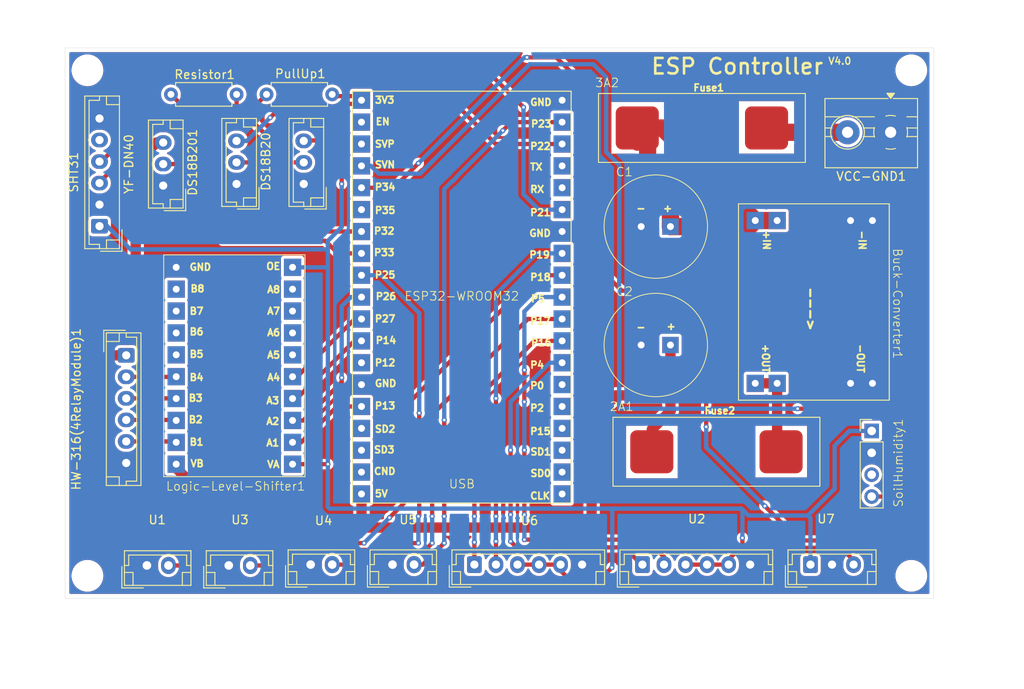
<source format=kicad_pcb>
(kicad_pcb (version 20241229) (generator "pcbnew") (generator_version "9.0")
  (layers (0 "F.Cu" mixed) (4 "In1.Cu" signal) (6 "In2.Cu" signal) (2 "B.Cu" mixed) (13 "F.Paste" user) (15 "B.Paste" user) (5 "F.SilkS" user "F.Silkscreen") (7 "B.SilkS" user "B.Silkscreen") (1 "F.Mask" user) (3 "B.Mask" user) (25 "Edge.Cuts" user))
  (net 0 "")
  (net 1 "GND")
  (net 2 "+12V")
  (net 3 "Net-(2A1-Pad1)")
  (net 4 "Net-(ESP32-WROOM32-5V)")
  (net 5 "Net-(3A2-Pad2)")
  (net 6 "Net-(DS18B20-DQ)")
  (net 7 "Net-(DS18B20-V_{DD})")
  (net 8 "Net-(ESP32-WROOM32-GPIO13)")
  (net 10 "Net-(ESP32-WROOM32-GPIO16(RX2))")
  (net 11 "Net-(ESP32-WROOM32-GPIO14)")
  (net 13 "Net-(ESP32-WROOM32-GPIO17(TX2))")
  (net 14 "Net-(ESP32-WROOM32-GPIO4)")
  (net 18 "Net-(ESP32-WROOM32-GPIO22(I2C_SCL))")
  (net 19 "Net-(ESP32-WROOM32-GPIO34)")
  (net 20 "Net-(ESP32-WROOM32-GPIO19(VSPI_MOSI))")
  (net 21 "Net-(ESP32-WROOM32-GPIO21(I2C_SDA))")
  (net 22 "Net-(ESP32-WROOM32-GPIO18(VSPI_SCK))")
  (net 25 "Net-(ESP32-WROOM32-GPIO5(VSPI_SS))")
  (net 26 "Net-(ESP32-WROOM32-GPIO27)")
  (net 27 "Net-(ESP32-WROOM32-GPIO26(DAC2))")
  (net 28 "Net-(ESP32-WROOM32-GPIO39(SVN))")
  (net 30 "Net-(ESP32-WROOM32-GPIO33)")
  (net 33 "Net-(ESP32-WROOM32-GPIO25(DAC1))")
  (net 37 "Net-(HW-316(4RelayModule)1-IN2)")
  (net 38 "Net-(HW-316(4RelayModule)1-IN1)")
  (net 39 "Net-(HW-316(4RelayModule)1-IN3)")
  (net 40 "Net-(HW-316(4RelayModule)1-IN4)")
  (net 49 "Net-(YF-DN40-OUTPUT)")
  (net 50 "unconnected-(ESP32-WROOM32-GPIO35-Pad6)")
  (net 51 "Net-(ESP32-WROOM32-GPIO23(VSPI_MOSI))")
  (net 54 "unconnected-(SHT31-AL-Pad5)")
  (footprint "Connector_JST:JST_EH_B2B-EH-A_1x02_P2.50mm_Vertical" (layer "F.Cu") (at 107.6 100.5)
    (property "Reference" "U5")
    (property "Value" "Limitator intrerupator")
  )
  (footprint "Controller-footprints:M5X20MM Fuse" (layer "F.Cu") (at 145.186731 87.4 180)
    (property "Reference" "2A1")
    (property "Value" "2A")
  )
  (footprint "MountingHole:MountingHole_3.2mm_M3" (layer "F.Cu") (at 167.8 101.8)
    (property "Reference" "REF**" (hide yes))
    (property "Value" "MountingHole_3.2mm_M3")
  )
  (footprint "Connector_JST:JST_EH_B2B-EH-A_1x02_P2.50mm_Vertical" (layer "F.Cu") (at 98.1 100.5)
    (property "Reference" "U4")
    (property "Value" "Limitator intrerupator")
  )
  (footprint "TerminalBlock:TerminalBlock_MaiXu_MX126-5.0-02P_1x02_P5.00mm" (layer "F.Cu") (at 165.4 50.3 180)
    (property "Reference" "VCC-GND1")
    (property "Value" "Screw_Terminal_01x02")
  )
  (footprint "" (layer "F.Cu") (at 167.8 43.1)
    (property "Reference" "")
    (property "Value" "")
  )
  (footprint "Connector_JST:JST_EH_B3B-EH-A_1x03_P2.50mm_Vertical" (layer "F.Cu") (at 156.1 100.5)
    (property "Reference" "U7")
    (property "Value" "TEMT6000")
  )
  (footprint "Connector_JST:JST_EH_B6B-EH-A_1x06_P2.50mm_Vertical" (layer "F.Cu") (at 73.6 61.2 90)
    (property "Reference" "SHT31")
    (property "Value" "SHT31")
  )
  (footprint "Resistor_THT:R_Axial_DIN0207_L6.3mm_D2.5mm_P7.62mm_Horizontal" (layer "F.Cu") (at 89.51 45.9 180)
    (property "Reference" "Resistor1")
    (property "Value" "1k")
  )
  (footprint "Controller-footprints:Buck Converter" (layer "F.Cu") (at 156.09 70.25 -90)
    (property "Reference" "Buck-Converter1")
    (property "Value" "Buck-Converter")
  )
  (footprint "" (layer "F.Cu") (at 72.2 43.1)
    (property "Reference" "")
    (property "Value" "")
  )
  (footprint "" (layer "F.Cu") (at 72.2 101.8)
    (property "Reference" "")
    (property "Value" "")
  )
  (footprint "Connector_JST:JST_EH_B3B-EH-A_1x03_P2.50mm_Vertical" (layer "F.Cu") (at 97.3 56.3 90)
    (property "Reference" "DS18B20")
    (property "Value" "DS18B20")
  )
  (footprint "Connector_PinHeader_2.54mm:PinHeader_1x04_P2.54mm_Vertical" (layer "F.Cu") (at 163.2 84.98)
    (property "Reference" "SoilHumidity1")
    (property "Value" "SoilHumidity")
  )
  (footprint "Controller-footprints:1000uF Electrolytic Capacitator" (layer "F.Cu") (at 138.15 61.25)
    (property "Reference" "C1")
    (property "Value" "C_Polarized")
  )
  (footprint "Controller-footprints:Logic Level Converter" (layer "F.Cu") (at 89.25 77.53)
    (property "Reference" "Logic-Level-Shifter1")
    (property "Value" "Logic-Level-Shifter")
  )
  (footprint "Connector_JST:JST_EH_B6B-EH-A_1x06_P2.50mm_Vertical" (layer "F.Cu") (at 136.6 100.5)
    (property "Reference" "U2")
    (property "Value" "Motor driver")
  )
  (footprint "Controller-footprints:1000uF Electrolytic Capacitator" (layer "F.Cu") (at 138.15 75)
    (property "Reference" "C2")
    (property "Value" "C_Polarized")
  )
  (footprint "Connector_JST:JST_EH_B2B-EH-A_1x02_P2.50mm_Vertical" (layer "F.Cu") (at 79.1 100.6)
    (property "Reference" "U1")
    (property "Value" "Limitator intrerupator")
  )
  (footprint "Controller-footprints:M5X20MM Fuse" (layer "F.Cu") (at 143.5 49.8 180)
    (property "Reference" "3A2")
    (property "Value" "3A")
  )
  (footprint "Resistor_THT:R_Axial_DIN0207_L6.3mm_D2.5mm_P7.62mm_Horizontal" (layer "F.Cu") (at 100.6 45.9 180)
    (property "Reference" "PullUp1")
    (property "Value" "3.3k")
  )
  (footprint "Connector_JST:JST_EH_B2B-EH-A_1x02_P2.50mm_Vertical" (layer "F.Cu") (at 88.6 100.6)
    (property "Reference" "U3")
    (property "Value" "Limitator intrerupator")
  )
  (footprint "Connector_JST:JST_EH_B3B-EH-A_1x03_P2.50mm_Vertical" (layer "F.Cu") (at 80.99 56.49 90)
    (property "Reference" "YF-DN40")
    (property "Value" "YF-DN40")
  )
  (footprint "Connector_JST:JST_EH_B6B-EH-A_1x06_P2.50mm_Vertical" (layer "F.Cu") (at 117.1 100.5)
    (property "Reference" "U6")
    (property "Value" "Motor driver")
  )
  (footprint "Connector_JST:JST_EH_B6B-EH-A_1x06_P2.50mm_Vertical" (layer "F.Cu") (at 76.7 76.2 -90)
    (property "Reference" "HW-316(4RelayModule)1")
    (property "Value" "HW-316(4 Relay Module)")
  )
  (footprint "Connector_JST:JST_EH_B3B-EH-A_1x03_P2.50mm_Vertical" (layer "F.Cu") (at 89.5 56.3 90)
    (property "Reference" "DS18B201")
    (property "Value" "DS18B20")
  )
  (footprint "Controller-footprints:ESP32-WROOM-32 DEVKIT V1 19PINS" (layer "F.Cu") (at 115.64 69.83)
    (property "Reference" "ESP32-WROOM32")
    (property "Value" "NodeMCU-32S")
  )
  (gr_line (start 170.4 40.5) (end 69.6 40.5) (stroke (width 0.0381)) (layer "Edge.Cuts"))
  (gr_line (start 69.6 104.4) (end 170.4 104.4) (stroke (width 0.0381)) (layer "Edge.Cuts"))
  (gr_line (start 69.6 40.5) (end 69.6 104.4) (stroke (width 0.0381)) (layer "Edge.Cuts"))
  (gr_line (start 170.4 40.5) (end 170.4 104.4) (stroke (width 0.0381)) (layer "Edge.Cuts"))
  (gr_text "ESP Controller" (at 147.6 43.7 0) (layer "F.SilkS") (effects (font (size 1.8 1.8) (thickness 0.3) (bold yes)) (justify bottom)))
  (gr_text "V4.0" (at 159.5 42.5 0) (layer "F.SilkS") (effects (font (size 0.8128 0.8128) (thickness 0.1524) (bold yes)) (justify bottom)))
  (segment (start 160.75 60.55) (end 163.29 60.55) (width 1.2) (layer "F.Cu") (net 1))
  (segment (start 160.75 79.45) (end 163.29 79.45) (width 1.2) (layer "F.Cu") (net 1))
  (segment (start 151.5 50.3) (end 151 49.8) (width 2) (layer "F.Cu") (net 2))
  (segment (start 160.4 50.3) (end 151.5 50.3) (width 2) (layer "F.Cu") (net 2))
  (segment (start 152.23 86.943269) (end 152.686731 87.4) (width 1.2) (layer "F.Cu") (net 3))
  (segment (start 152.176731 86.89) (end 152.686731 87.4) (width 0.8) (layer "F.Cu") (net 3))
  (segment (start 152.23 79.45) (end 152.23 86.943269) (width 1.2) (layer "F.Cu") (net 3))
  (segment (start 152.23 79.45) (end 152.23 79.63) (width 0.8) (layer "F.Cu") (net 3))
  (segment (start 152.23 79.63) (end 152.686731 80.086731) (width 0.8) (layer "F.Cu") (net 3))
  (segment (start 152.23 79.45) (end 149.69 79.45) (width 1.2) (layer "F.Cu") (net 3))
  (segment (start 88.65 96.2) (end 75.7 96.2) (width 1.2) (layer "F.Cu") (net 4))
  (segment (start 137.686731 87.4) (end 137.686731 86.6) (width 0.8) (layer "F.Cu") (net 4))
  (segment (start 139.9 75.05) (end 139.85 75) (width 1.2) (layer "F.Cu") (net 4))
  (segment (start 137.7 87.386731) (end 137.7 84.8) (width 1.2) (layer "F.Cu") (net 4))
  (segment (start 130.7 83.7) (end 130.7 95.1) (width 1.2) (layer "F.Cu") (net 4))
  (segment (start 138.886731 87.4) (end 137.686731 87.4) (width 1.5) (layer "F.Cu") (net 4))
  (segment (start 139.8 80.85) (end 133.55 80.85) (width 1.2) (layer "F.Cu") (net 4))
  (segment (start 130.7 95.1) (end 129.6 96.2) (width 1.2) (layer "F.Cu") (net 4))
  (segment (start 80.21 51.49) (end 80.99 51.49) (width 1.2) (layer "F.Cu") (net 4))
  (segment (start 72.1 92.6) (end 72.1 71.3) (width 1.2) (layer "F.Cu") (net 4))
  (segment (start 82.5 89.3) (end 82.5 88.84) (width 1.2) (layer "F.Cu") (net 4))
  (segment (start 137.7 84.8) (end 139.9 82.6) (width 1.2) (layer "F.Cu") (net 4))
  (segment (start 139.85 75) (end 139.85 80.8) (width 1.2) (layer "F.Cu") (net 4))
  (segment (start 139.85 80.8) (end 139.8 80.85) (width 1.2) (layer "F.Cu") (net 4))
  (segment (start 88.65 95.45) (end 82.5 89.3) (width 1.2) (layer "F.Cu") (net 4))
  (segment (start 77.8 65.6) (end 77.8 53.9) (width 1.2) (layer "F.Cu") (net 4))
  (segment (start 133.55 80.85) (end 130.7 83.7) (width 1.2) (layer "F.Cu") (net 4))
  (segment (start 77.8 53.9) (end 80.21 51.49) (width 1.2) (layer "F.Cu") (net 4))
  (segment (start 139.85 80.8) (end 139.85 82.55) (width 1.2) (layer "F.Cu") (net 4))
  (segment (start 139.85 82.55) (end 139.9 82.6) (width 1.2) (layer "F.Cu") (net 4))
  (segment (start 129.6 96.2) (end 88.65 96.2) (width 1.2) (layer "F.Cu") (net 4))
  (segment (start 137.686731 87.4) (end 137.7 87.386731) (width 1.2) (layer "F.Cu") (net 4))
  (segment (start 104 92.3) (end 104 96.2) (width 1.2) (layer "F.Cu") (net 4))
  (segment (start 72.1 71.3) (end 77.8 65.6) (width 1.2) (layer "F.Cu") (net 4))
  (segment (start 88.65 96.2) (end 88.65 95.45) (width 1.2) (layer "F.Cu") (net 4))
  (segment (start 75.7 96.2) (end 72.1 92.6) (width 1.2) (layer "F.Cu") (net 4))
  (segment (start 72.1 76.2) (end 76.7 76.2) (width 1.2) (layer "F.Cu") (net 4))
  (segment (start 137.2 51) (end 137.2 54.2) (width 2) (layer "F.Cu") (net 5))
  (segment (start 139.85 61.25) (end 148.99 61.25) (width 2) (layer "F.Cu") (net 5))
  (segment (start 139.9 61.2) (end 139.85 61.25) (width 1.5) (layer "F.Cu") (net 5))
  (segment (start 139.85 56.85) (end 139.85 61.25) (width 2) (layer "F.Cu") (net 5))
  (segment (start 149.69 60.55) (end 152.23 60.55) (width 2) (layer "F.Cu") (net 5))
  (segment (start 136 49.8) (end 138.94 49.8) (width 2) (layer "F.Cu") (net 5))
  (segment (start 136 49.8) (end 137.2 51) (width 2) (layer "F.Cu") (net 5))
  (segment (start 138.94 49.8) (end 149.69 60.55) (width 2) (layer "F.Cu") (net 5))
  (segment (start 136 49.8) (end 136 51.7) (width 1.5) (layer "F.Cu") (net 5))
  (segment (start 148.99 61.25) (end 149.69 60.55) (width 2) (layer "F.Cu") (net 5))
  (segment (start 137.2 54.2) (end 139.85 56.85) (width 2) (layer "F.Cu") (net 5))
  (segment (start 94 53.8) (end 97.25 53.8) (width 0.5) (layer "F.Cu") (net 6))
  (segment (start 91.6 47.28) (end 91.6 49.3) (width 0.5) (layer "F.Cu") (net 6))
  (segment (start 97.25 53.8) (end 97.3 53.75) (width 0.5) (layer "F.Cu") (net 6))
  (segment (start 89.5 53.8) (end 94 53.8) (width 0.5) (layer "F.Cu") (net 6))
  (segment (start 94 54) (end 94 60) (width 0.5) (layer "F.Cu") (net 6))
  (segment (start 95.82 61.82) (end 104 61.82) (width 0.5) (layer "F.Cu") (net 6))
  (segment (start 94 51.700001) (end 94 53.8) (width 0.5) (layer "F.Cu") (net 6))
  (segment (start 89.69 53.99) (end 89.79 53.99) (width 0.5) (layer "F.Cu") (net 6))
  (segment (start 94 60) (end 95.82 61.82) (width 0.5) (layer "F.Cu") (net 6))
  (segment (start 92.98 45.9) (end 91.6 47.28) (width 0.5) (layer "F.Cu") (net 6))
  (segment (start 91.6 49.3) (end 94 51.700001) (width 0.5) (layer "F.Cu") (net 6))
  (segment (start 100.1 88.84) (end 96 88.84) (width 0.5) (layer "F.Cu") (net 7))
  (segment (start 101.7 51.2) (end 101.7 56.3) (width 0.5) (layer "F.Cu") (net 7))
  (segment (start 122.1 100.5) (end 124.6 100.5) (width 0.5) (layer "F.Cu") (net 7))
  (segment (start 148.2 97.4) (end 148.2 98.3) (width 0.5) (layer "F.Cu") (net 7))
  (segment (start 127.1 101.2) (end 127.1 100.5) (width 0.5) (layer "F.Cu") (net 7))
  (segment (start 102.3 47) (end 101.7 47.6) (width 0.5) (layer "F.Cu") (net 7))
  (segment (start 103.4 47) (end 102.3 47) (width 0.5) (layer "F.Cu") (net 7))
  (segment (start 97.35 51.25) (end 101.65 51.25) (width 0.5) (layer "F.Cu") (net 7))
  (segment (start 133.05 100.85) (end 131.7 102.2) (width 0.5) (layer "F.Cu") (net 7))
  (segment (start 144.1 100.5) (end 146.6 100.5) (width 0.5) (layer "F.Cu") (net 7))
  (segment (start 124.6 100.5) (end 127.1 100.5) (width 0.5) (layer "F.Cu") (net 7))
  (segment (start 101.65 51.25) (end 101.7 51.2) (width 0.5) (layer "F.Cu") (net 7))
  (segment (start 101.7 47.6) (end 101.7 51.2) (width 0.5) (layer "F.Cu") (net 7))
  (segment (start 141.6 100.5) (end 144.1 100.5) (width 0.5) (layer "F.Cu") (net 7))
  (segment (start 146.6 99.9) (end 146.6 100.5) (width 0.5) (layer "F.Cu") (net 7))
  (segment (start 104 46.58) (end 103.82 46.58) (width 0.5) (layer "F.Cu") (net 7))
  (segment (start 103.82 46.58) (end 103.4 47) (width 0.5) (layer "F.Cu") (net 7))
  (segment (start 97.3 51.3) (end 97.35 51.25) (width 0.5) (layer "F.Cu") (net 7))
  (segment (start 103.52 46.1) (end 100.8 46.1) (width 0.5) (layer "F.Cu") (net 7))
  (segment (start 101.7 48.2) (end 93.8 48.2) (width 0.5) (layer "F.Cu") (net 7))
  (segment (start 100.8 46.1) (end 100.6 45.9) (width 0.5) (layer "F.Cu") (net 7))
  (segment (start 148.2 98.3) (end 146.6 99.9) (width 0.5) (layer "F.Cu") (net 7))
  (segment (start 128.1 102.2) (end 127.1 101.2) (width 0.5) (layer "F.Cu") (net 7))
  (segment (start 104 46.58) (end 103.52 46.1) (width 0.5) (layer "F.Cu") (net 7))
  (segment (start 93.8 48.2) (end 93.4 48.6) (width 0.5) (layer "F.Cu") (net 7))
  (segment (start 131.7 102.2) (end 128.1 102.2) (width 0.5) (layer "F.Cu") (net 7))
  (via (at 148.2 97.4) (size 0.6) (drill 0.3) (layers "F.Cu" "B.Cu") (net 7))
  (via (at 101.7 56.3) (size 0.6) (drill 0.3) (layers "F.Cu" "B.Cu") (net 7))
  (via (at 93.4 48.6) (size 0.6) (drill 0.3) (layers "F.Cu" "B.Cu") (net 7))
  (via (at 100.1 88.84) (size 0.6) (drill 0.3) (layers "F.Cu" "B.Cu") (net 7))
  (via (at 133.05 100.85) (size 0.6) (drill 0.3) (layers "F.Cu" "B.Cu") (net 7))
  (segment (start 155.8 94.8) (end 156.1 95.1) (width 0.5) (layer "B.Cu") (net 7))
  (segment (start 155.8 94.8) (end 158.9 91.7) (width 0.5) (layer "B.Cu") (net 7))
  (segment (start 148.1 94) (end 148.9 94.8) (width 0.5) (layer "B.Cu") (net 7))
  (segment (start 133.1 100.8) (end 133.1 94.2) (width 0.5) (layer "B.Cu") (net 7))
  (segment (start 133.3 94) (end 148.1 94) (width 0.5) (layer "B.Cu") (net 7))
  (segment (start 148.9 94.8) (end 155.8 94.8) (width 0.5) (layer "B.Cu") (net 7))
  (segment (start 133.05 100.85) (end 133.1 100.8) (width 0.5) (layer "B.Cu") (net 7))
  (segment (start 132.1 94) (end 133.3 94) (width 0.5) (layer "B.Cu") (net 7))
  (segment (start 133.1 94.2) (end 133.3 94) (width 0.5) (layer "B.Cu") (net 7))
  (segment (start 90.7 51.3) (end 89.5 51.3) (width 0.5) (layer "B.Cu") (net 7))
  (segment (start 96 65.98) (end 99.98 65.98) (width 0.5) (layer "B.Cu") (net 7))
  (segment (start 158.9 86.7) (end 160.62 84.98) (width 0.5) (layer "B.Cu") (net 7))
  (segment (start 101.7 61.3) (end 100.1 62.9) (width 0.5) (layer "B.Cu") (net 7))
  (segment (start 148.2 94.1) (end 148.1 94) (width 0.5) (layer "B.Cu") (net 7))
  (segment (start 100.1 88.84) (end 100.1 93.8) (width 0.5) (layer "B.Cu") (net 7))
  (segment (start 100.1 93.8) (end 100.3 94) (width 0.5) (layer "B.Cu") (net 7))
  (segment (start 89.5 51.3) (end 89.5 51.49) (width 0.5) (layer "B.Cu") (net 7))
  (segment (start 100.1 63.4) (end 100.1 66.1) (width 0.5) (layer "B.Cu") (net 7))
  (segment (start 100.3 94) (end 132.1 94) (width 0.5) (layer "B.Cu") (net 7))
  (segment (start 101.7 56.3) (end 101.7 61.3) (width 0.5) (layer "B.Cu") (net 7))
  (segment (start 158.9 91.7) (end 158.9 86.7) (width 0.5) (layer "B.Cu") (net 7))
  (segment (start 74.5 61.2) (end 73.6 61.2) (width 0.5) (layer "B.Cu") (net 7))
  (segment (start 100.1 62.9) (end 100.1 63.4) (width 0.5) (layer "B.Cu") (net 7))
  (segment (start 99.98 65.98) (end 100.1 66.1) (width 0.5) (layer "B.Cu") (net 7))
  (segment (start 160.62 84.98) (end 163.2 84.98) (width 0.5) (layer "B.Cu") (net 7))
  (segment (start 148.2 97.4) (end 148.2 94.1) (width 0.5) (layer "B.Cu") (net 7))
  (segment (start 156.1 95.1) (end 156.1 100.5) (width 0.5) (layer "B.Cu") (net 7))
  (segment (start 93.4 48.6) (end 90.7 51.3) (width 0.5) (layer "B.Cu") (net 7))
  (segment (start 100.1 66.1) (end 100.1 88.84) (width 0.5) (layer "B.Cu") (net 7))
  (segment (start 77.2 63.9) (end 74.5 61.2) (width 0.5) (layer "B.Cu") (net 7))
  (segment (start 100.1 63.9) (end 77.2 63.9) (width 0.5) (layer "B.Cu") (net 7))
  (segment (start 101.16 82.14) (end 97 86.3) (width 0.5) (layer "F.Cu") (net 8))
  (segment (start 97 86.3) (end 96 86.3) (width 0.5) (layer "F.Cu") (net 8))
  (segment (start 104 82.14) (end 101.16 82.14) (width 0.5) (layer "F.Cu") (net 8))
  (segment (start 117.1 81.5) (end 124.08 74.52) (width 0.5) (layer "F.Cu") (net 10))
  (segment (start 124.08 74.52) (end 127.28 74.52) (width 0.5) (layer "F.Cu") (net 10))
  (segment (start 117.1 94.9) (end 117.1 81.5) (width 0.5) (layer "F.Cu") (net 10))
  (segment (start 117.1 100.5) (end 117.1 97.9) (width 0.5) (layer "F.Cu") (net 10))
  (via (at 117.1 94.9) (size 0.6) (drill 0.3) (layers "F.Cu" "B.Cu") (net 10))
  (via (at 117.1 97.9) (size 0.6) (drill 0.3) (layers "F.Cu" "B.Cu") (net 10))
  (segment (start 117.1 97.9) (end 117.1 94.9) (width 0.5) (layer "B.Cu") (net 10))
  (segment (start 103.18 74.52) (end 96.48 81.22) (width 0.5) (layer "F.Cu") (net 11))
  (segment (start 104 74.52) (end 103.18 74.52) (width 0.5) (layer "F.Cu") (net 11))
  (segment (start 96.12 81.1) (end 96 81.22) (width 0.5) (layer "F.Cu") (net 11))
  (segment (start 96.48 81.22) (end 96 81.22) (width 0.5) (layer "F.Cu") (net 11))
  (segment (start 106.5 98.9) (end 111.3 98.9) (width 0.5) (layer "F.Cu") (net 13))
  (segment (start 112.2 94.9) (end 112.2 83.1) (width 0.5) (layer "F.Cu") (net 13))
  (segment (start 104.9 100.5) (end 106.5 98.9) (width 0.5) (layer "F.Cu") (net 13))
  (segment (start 100.6 100.5) (end 104.9 100.5) (width 0.5) (layer "F.Cu") (net 13))
  (segment (start 123.32 71.98) (end 127.28 71.98) (width 0.5) (layer "F.Cu") (net 13))
  (segment (start 111.3 98.9) (end 112.2 98) (width 0.5) (layer "F.Cu") (net 13))
  (segment (start 112.2 83.1) (end 123.32 71.98) (width 0.5) (layer "F.Cu") (net 13))
  (via (at 112.2 98) (size 0.6) (drill 0.3) (layers "F.Cu" "B.Cu") (net 13))
  (via (at 112.2 94.9) (size 0.6) (drill 0.3) (layers "F.Cu" "B.Cu") (net 13))
  (segment (start 112.2 98) (end 112.2 94.9) (width 0.5) (layer "B.Cu") (net 13))
  (segment (start 121.3 94.7) (end 121.3 87.2) (width 0.5) (layer "F.Cu") (net 14))
  (segment (start 121.3 97.8) (end 122 98.5) (width 0.5) (layer "F.Cu") (net 14))
  (segment (start 136.5 100.5) (end 136.6 100.5) (width 0.5) (layer "F.Cu") (net 14))
  (segment (start 122 98.5) (end 134.5 98.5) (width 0.5) (layer "F.Cu") (net 14))
  (segment (start 134.5 98.5) (end 136.5 100.5) (width 0.5) (layer "F.Cu") (net 14))
  (via (at 121.3 94.7) (size 0.6) (drill 0.3) (layers "F.Cu" "B.Cu") (net 14))
  (via (at 121.3 87.2) (size 0.6) (drill 0.3) (layers "F.Cu" "B.Cu") (net 14))
  (via (at 121.3 97.8) (size 0.6) (drill 0.3) (layers "F.Cu" "B.Cu") (net 14))
  (segment (start 121.3 81.6) (end 125.84 77.06) (width 0.5) (layer "B.Cu") (net 14))
  (segment (start 121.3 97.8) (end 121.3 94.7) (width 0.5) (layer "B.Cu") (net 14))
  (segment (start 121.3 87.2) (end 121.3 81.6) (width 0.5) (layer "B.Cu") (net 14))
  (segment (start 125.84 77.06) (end 127.28 77.06) (width 0.5) (layer "B.Cu") (net 14))
  (segment (start 119.56 51.66) (end 127.28 51.66) (width 0.5) (layer "F.Cu") (net 18))
  (segment (start 77.7 52) (end 77.7 47.2) (width 0.5) (layer "F.Cu") (net 18))
  (segment (start 111.8 43.9) (end 119.56 51.66) (width 0.5) (layer "F.Cu") (net 18))
  (segment (start 73.6 56.1) (end 77.7 52) (width 0.5) (layer "F.Cu") (net 18))
  (segment (start 73.6 56.2) (end 73.6 56.1) (width 0.5) (layer "F.Cu") (net 18))
  (segment (start 81 43.9) (end 111.8 43.9) (width 0.5) (layer "F.Cu") (net 18))
  (segment (start 77.7 47.2) (end 81 43.9) (width 0.5) (layer "F.Cu") (net 18))
  (segment (start 130 64.5) (end 134.2 68.7) (width 0.5) (layer "F.Cu") (net 19))
  (segment (start 123.2 41.6) (end 126.6 41.6) (width 0.5) (layer "F.Cu") (net 19))
  (segment (start 150.8 93.7) (end 154.8 97.7) (width 0.5) (layer "F.Cu") (net 19))
  (segment (start 107.76 56.74) (end 104 56.74) (width 0.5) (layer "F.Cu") (net 19))
  (segment (start 126.6 41.6) (end 130 45) (width 0.5) (layer "F.Cu") (net 19))
  (segment (start 130 45) (end 130 64.5) (width 0.5) (layer "F.Cu") (net 19))
  (segment (start 144 74.7) (end 144 84.5) (width 0.5) (layer "F.Cu") (net 19))
  (segment (start 161.1 100) (end 161.1 100.5) (width 0.5) (layer "F.Cu") (net 19))
  (segment (start 134.2 68.7) (end 138 68.7) (width 0.5) (layer "F.Cu") (net 19))
  (segment (start 158.8 97.7) (end 161.1 100) (width 0.5) (layer "F.Cu") (net 19))
  (segment (start 154.8 97.7) (end 158.8 97.7) (width 0.5) (layer "F.Cu") (net 19))
  (segment (start 138 68.7) (end 144 74.7) (width 0.5) (layer "F.Cu") (net 19))
  (segment (start 110.6 53.9) (end 107.76 56.74) (width 0.5) (layer "F.Cu") (net 19))
  (via (at 123.2 41.6) (size 0.6) (drill 0.3) (layers "F.Cu" "B.Cu") (net 19))
  (via (at 110.6 53.9) (size 0.6) (drill 0.3) (layers "F.Cu" "B.Cu") (net 19))
  (via (at 144 84.5) (size 0.6) (drill 0.3) (layers "F.Cu" "B.Cu") (net 19))
  (via (at 150.8 93.7) (size 0.6) (drill 0.3) (layers "F.Cu" "B.Cu") (net 19))
  (segment (start 150.8 93.7) (end 144 86.9) (width 0.5) (layer "B.Cu") (net 19))
  (segment (start 110.6 53.9) (end 122.9 41.6) (width 0.5) (layer "B.Cu") (net 19))
  (segment (start 144 86.9) (end 144 84.5) (width 0.5) (layer "B.Cu") (net 19))
  (segment (start 122.9 41.6) (end 123.2 41.6) (width 0.5) (layer "B.Cu") (net 19))
  (segment (start 119.6 94.9) (end 119.6 81.2) (width 0.5) (layer "F.Cu") (net 20))
  (segment (start 119.6 100.5) (end 119.6 97.8) (width 0.5) (layer "F.Cu") (net 20))
  (via (at 119.6 97.8) (size 0.6) (drill 0.3) (layers "F.Cu" "B.Cu") (net 20))
  (via (at 119.6 94.9) (size 0.6) (drill 0.3) (layers "F.Cu" "B.Cu") (net 20))
  (via (at 119.6 81.2) (size 0.6) (drill 0.3) (layers "F.Cu" "B.Cu") (net 20))
  (segment (start 119.6 69.1) (end 124.34 64.36) (width 0.5) (layer "B.Cu") (net 20))
  (segment (start 119.6 81.2) (end 119.6 69.1) (width 0.5) (layer "B.Cu") (net 20))
  (segment (start 119.6 97.8) (end 119.6 94.9) (width 0.5) (layer "B.Cu") (net 20))
  (segment (start 124.34 64.36) (end 127.28 64.36) (width 0.5) (layer "B.Cu") (net 20))
  (segment (start 73.8 53.7) (end 76.8 50.7) (width 0.5) (layer "F.Cu") (net 21))
  (segment (start 118.54 43.14) (end 122.8 47.4) (width 0.5) (layer "F.Cu") (net 21))
  (segment (start 76.8 46.8) (end 80.46 43.14) (width 0.5) (layer "F.Cu") (net 21))
  (segment (start 80.46 43.14) (end 118.54 43.14) (width 0.5) (layer "F.Cu") (net 21))
  (segment (start 73.6 53.7) (end 73.8 53.7) (width 0.5) (layer "F.Cu") (net 21))
  (segment (start 76.8 50.7) (end 76.8 46.8) (width 0.5) (layer "F.Cu") (net 21))
  (via (at 122.8 47.4) (size 0.6) (drill 0.3) (layers "F.Cu" "B.Cu") (net 21))
  (segment (start 122.8 47.4) (end 122.8 57.5) (width 0.5) (layer "B.Cu") (net 21))
  (segment (start 124.58 59.28) (end 127.28 59.28) (width 0.5) (layer "B.Cu") (net 21))
  (segment (start 122.8 57.5) (end 124.58 59.28) (width 0.5) (layer "B.Cu") (net 21))
  (segment (start 124.3 66.9) (end 127.28 66.9) (width 0.5) (layer "F.Cu") (net 22))
  (segment (start 108.9 93.4) (end 108.9 82.3) (width 0.5) (layer "F.Cu") (net 22))
  (segment (start 108.9 82.3) (end 124.3 66.9) (width 0.5) (layer "F.Cu") (net 22))
  (segment (start 107.25 95.05) (end 108.9 93.4) (width 0.5) (layer "F.Cu") (net 22))
  (segment (start 85.6 98) (end 104.3 98) (width 0.5) (layer "F.Cu") (net 22))
  (segment (start 83 100.6) (end 85.6 98) (width 0.5) (layer "F.Cu") (net 22))
  (segment (start 81.6 100.6) (end 83 100.6) (width 0.5) (layer "F.Cu") (net 22))
  (via (at 104.3 98) (size 0.6) (drill 0.3) (layers "F.Cu" "B.Cu") (net 22))
  (via (at 107.25 95.05) (size 0.6) (drill 0.3) (layers "F.Cu" "B.Cu") (net 22))
  (segment (start 107.25 95.05) (end 104.3 98) (width 0.5) (layer "B.Cu") (net 22))
  (segment (start 139.1 100.5) (end 139.1 99.6) (width 0.5) (layer "F.Cu") (net 25))
  (segment (start 122.9 94.7) (end 122.9 87.2) (width 0.5) (layer "F.Cu") (net 25))
  (segment (start 137.1 97.6) (end 122.9 97.6) (width 0.5) (layer "F.Cu") (net 25))
  (segment (start 139.1 99.6) (end 137.1 97.6) (width 0.5) (layer "F.Cu") (net 25))
  (segment (start 122.9 81.6) (end 122.9 77.9) (width 0.5) (layer "F.Cu") (net 25))
  (via (at 122.9 97.6) (size 0.6) (drill 0.3) (layers "F.Cu" "B.Cu") (net 25))
  (via (at 122.9 77.9) (size 0.6) (drill 0.3) (layers "F.Cu" "B.Cu") (net 25))
  (via (at 122.9 94.7) (size 0.6) (drill 0.3) (layers "F.Cu" "B.Cu") (net 25))
  (via (at 122.9 87.2) (size 0.6) (drill 0.3) (layers "F.Cu" "B.Cu") (net 25))
  (via (at 122.9 81.6) (size 0.6) (drill 0.3) (layers "F.Cu" "B.Cu") (net 25))
  (segment (start 122.9 77.9) (end 122.9 71.1) (width 0.5) (layer "B.Cu") (net 25))
  (segment (start 122.9 97.6) (end 122.9 94.7) (width 0.5) (layer "B.Cu") (net 25))
  (segment (start 122.9 71.1) (end 124.56 69.44) (width 0.5) (layer "B.Cu") (net 25))
  (segment (start 122.9 87.2) (end 122.9 81.6) (width 0.5) (layer "B.Cu") (net 25))
  (segment (start 124.56 69.44) (end 127.28 69.44) (width 0.5) (layer "B.Cu") (net 25))
  (segment (start 96.62 78.68) (end 96 78.68) (width 0.5) (layer "F.Cu") (net 26))
  (segment (start 96.52 78.68) (end 96 78.68) (width 0.5) (layer "F.Cu") (net 26))
  (segment (start 104 71.98) (end 103.22 71.98) (width 0.5) (layer "F.Cu") (net 26))
  (segment (start 103.22 71.98) (end 96.52 78.68) (width 0.5) (layer "F.Cu") (net 26))
  (segment (start 97.24 83.76) (end 101.7 79.3) (width 0.5) (layer "F.Cu") (net 27))
  (segment (start 96 83.76) (end 97.24 83.76) (width 0.5) (layer "F.Cu") (net 27))
  (segment (start 96.04 83.8) (end 96 83.76) (width 0.5) (layer "F.Cu") (net 27))
  (segment (start 101.7 79.3) (end 101.7 78.8) (width 0.5) (layer "F.Cu") (net 27))
  (via (at 101.7 78.8) (size 0.6) (drill 0.3) (layers "F.Cu" "B.Cu") (net 27))
  (segment (start 101.7 70.5) (end 102.76 69.44) (width 0.5) (layer "B.Cu") (net 27))
  (segment (start 102.76 69.44) (end 104 69.44) (width 0.5) (layer "B.Cu") (net 27))
  (segment (start 101.7 78.8) (end 101.7 70.5) (width 0.5) (layer "B.Cu") (net 27))
  (segment (start 166.2 83.5) (end 166.2 91.8) (width 0.5) (layer "F.Cu") (net 28))
  (segment (start 165.4 92.6) (end 163.2 92.6) (width 0.5) (layer "F.Cu") (net 28))
  (segment (start 166.2 91.8) (end 165.4 92.6) (width 0.5) (layer "F.Cu") (net 28))
  (segment (start 154.6 82.4) (end 165.1 82.4) (width 0.5) (layer "F.Cu") (net 28))
  (segment (start 165.1 82.4) (end 166.2 83.5) (width 0.5) (layer "F.Cu") (net 28))
  (via (at 154.6 82.4) (size 0.6) (drill 0.3) (layers "F.Cu" "B.Cu") (net 28))
  (segment (start 106 55.1) (end 105.1 54.2) (width 0.5) (layer "B.Cu") (net 28))
  (segment (start 123.5 42.4) (end 110.8 55.1) (width 0.5) (layer "B.Cu") (net 28))
  (segment (start 105.1 54.2) (end 104 54.2) (width 0.5) (layer "B.Cu") (net 28))
  (segment (start 133.9 82.4) (end 133.9 54.1) (width 0.5) (layer "B.Cu") (net 28))
  (segment (start 132.4 43.9) (end 130.9 42.4) (width 0.5) (layer "B.Cu") (net 28))
  (segment (start 132.4 52.6) (end 132.4 43.9) (width 0.5) (layer "B.Cu") (net 28))
  (segment (start 154.6 82.4) (end 133.9 82.4) (width 0.5) (layer "B.Cu") (net 28))
  (segment (start 130.9 42.4) (end 123.5 42.4) (width 0.5) (layer "B.Cu") (net 28))
  (segment (start 110.8 55.1) (end 106 55.1) (width 0.5) (layer "B.Cu") (net 28))
  (segment (start 133.9 54.1) (end 132.4 52.6) (width 0.5) (layer "B.Cu") (net 28))
  (segment (start 99.8 62.9) (end 101.26 64.36) (width 0.5) (layer "F.Cu") (net 30))
  (segment (start 88 49.1) (end 86.3 49.1) (width 0.5) (layer "F.Cu") (net 30))
  (segment (start 101.26 64.36) (end 104 64.36) (width 0.5) (layer "F.Cu") (net 30))
  (segment (start 85.3 50.1) (end 85.3 60.3) (width 0.5) (layer "F.Cu") (net 30))
  (segment (start 89.51 47.59) (end 88 49.1) (width 0.5) (layer "F.Cu") (net 30))
  (segment (start 104 64.36) (end 102.94 64.36) (width 0.5) (layer "F.Cu") (net 30))
  (segment (start 87.9 62.9) (end 99.8 62.9) (width 0.5) (layer "F.Cu") (net 30))
  (segment (start 86.3 49.1) (end 85.3 50.1) (width 0.5) (layer "F.Cu") (net 30))
  (segment (start 89.51 45.9) (end 89.51 47.59) (width 0.5) (layer "F.Cu") (net 30))
  (segment (start 85.3 60.3) (end 87.9 62.9) (width 0.5) (layer "F.Cu") (net 30))
  (segment (start 110.7 83.8) (end 110.7 82.9) (width 0.5) (layer "F.Cu") (net 33))
  (segment (start 95.4 100.6) (end 97.2 98.8) (width 0.5) (layer "F.Cu") (net 33))
  (segment (start 106.1 98) (end 110.6 98) (width 0.5) (layer "F.Cu") (net 33))
  (segment (start 97.2 98.8) (end 105.3 98.8) (width 0.5) (layer "F.Cu") (net 33))
  (segment (start 110.7 94.8) (end 110.7 83.8) (width 0.5) (layer "F.Cu") (net 33))
  (segment (start 91.1 100.6) (end 95.4 100.6) (width 0.5) (layer "F.Cu") (net 33))
  (segment (start 105.3 98.8) (end 106.1 98) (width 0.5) (layer "F.Cu") (net 33))
  (segment (start 110.6 94.9) (end 110.7 94.8) (width 0.5) (layer "F.Cu") (net 33))
  (via (at 110.6 94.9) (size 0.6) (drill 0.3) (layers "F.Cu" "B.Cu") (net 33))
  (via (at 110.6 98) (size 0.6) (drill 0.3) (layers "F.Cu" "B.Cu") (net 33))
  (via (at 110.7 82.9) (size 0.6) (drill 0.3) (layers "F.Cu" "B.Cu") (net 33))
  (segment (start 110.7 71.3) (end 110.7 82.9) (width 0.5) (layer "B.Cu") (net 33))
  (segment (start 104 66.9) (end 106.3 66.9) (width 0.5) (layer "B.Cu") (net 33))
  (segment (start 110.6 94.9) (end 110.6 98) (width 0.5) (layer "B.Cu") (net 33))
  (segment (start 106.3 66.9) (end 110.7 71.3) (width 0.5) (layer "B.Cu") (net 33))
  (segment (start 82.44 83.7) (end 82.5 83.76) (width 0.5) (layer "F.Cu") (net 37))
  (segment (start 76.7 83.7) (end 82.44 83.7) (width 0.5) (layer "F.Cu") (net 37))
  (segment (start 82.4 86.2) (end 82.5 86.3) (width 0.5) (layer "F.Cu") (net 38))
  (segment (start 76.7 86.2) (end 82.4 86.2) (width 0.5) (layer "F.Cu") (net 38))
  (segment (start 82.48 81.2) (end 82.5 81.22) (width 0.5) (layer "F.Cu") (net 39))
  (segment (start 76.7 81.2) (end 82.48 81.2) (width 0.5) (layer "F.Cu") (net 39))
  (segment (start 76.7 78.7) (end 82.48 78.7) (width 0.5) (layer "F.Cu") (net 40))
  (segment (start 82.48 78.7) (end 82.5 78.68) (width 0.5) (layer "F.Cu") (net 40))
  (segment (start 83.6 47.61) (end 81.89 45.9) (width 0.5) (layer "F.Cu") (net 49))
  (segment (start 82.31 53.99) (end 83.6 52.7) (width 0.5) (layer "F.Cu") (net 49))
  (segment (start 83.6 52.7) (end 83.6 47.61) (width 0.5) (layer "F.Cu") (net 49))
  (segment (start 80.99 53.99) (end 82.31 53.99) (width 0.5) (layer "F.Cu") (net 49))
  (segment (start 103.98 59.3) (end 104 59.28) (width 0.5) (layer "F.Cu") (net 50))
  (segment (start 113.6 94.9) (end 113.6 84.1) (width 0.5) (layer "F.Cu") (net 51))
  (segment (start 120.4 50.1) (end 121.38 49.12) (width 0.5) (layer "F.Cu") (net 51))
  (segment (start 121.38 49.12) (end 127.28 49.12) (width 0.5) (layer "F.Cu") (net 51))
  (segment (start 113.6 84.1) (end 113.6 83.7) (width 0.5) (layer "F.Cu") (net 51))
  (segment (start 110.1 100.5) (end 111.1 100.5) (width 0.5) (layer "F.Cu") (net 51))
  (segment (start 111.1 100.5) (end 113.6 98) (width 0.5) (layer "F.Cu") (net 51))
  (via (at 113.6 98) (size 0.6) (drill 0.3) (layers "F.Cu" "B.Cu") (net 51))
  (via (at 120.4 50.1) (size 0.6) (drill 0.3) (layers "F.Cu" "B.Cu") (net 51))
  (via (at 113.6 94.9) (size 0.6) (drill 0.3) (layers "F.Cu" "B.Cu") (net 51))
  (via (at 113.6 83.7) (size 0.6) (drill 0.3) (layers "F.Cu" "B.Cu") (net 51))
  (segment (start 114.580837 55.978) (end 114.522 55.978) (width 0.5) (layer "B.Cu") (net 51))
  (segment (start 114.978 55.522) (end 114.978 55.580837) (width 0.5) (layer "B.Cu") (net 51))
  (segment (start 114.522 55.978) (end 113.6 56.9) (width 0.5) (layer "B.Cu") (net 51))
  (segment (start 114.978 55.580837) (end 114.580837 55.978) (width 0.5) (layer "B.Cu") (net 51))
  (segment (start 120.4 50.1) (end 114.978 55.522) (width 0.5) (layer "B.Cu") (net 51))
  (segment (start 113.6 56.9) (end 113.6 83.7) (width 0.5) (layer "B.Cu") (net 51))
  (segment (start 113.6 94.9) (end 113.6 98) (width 0.5) (layer "B.Cu") (net 51))
  (segment (start 74 51.2) (end 73.6 51.2) (width 0.5) (layer "F.Cu") (net 54))
  (zone (net 1) (net_name "GND") (layers "F.Cu" "B.Cu") (connect_pads yes (clearance 0.35)) (min_thickness 0.25) (fill yes (thermal_gap 0.5) (thermal_bridge_width 0.5))
    (polygon (pts (xy 180.89998 114.141866) (xy 62.053816 114.95108) (xy 63.790322 34.93825) (xy 180.900076 35.42045)))
    (polygon (pts (xy 134.7 90.480062) (xy 138.3 90.480062) (xy 140.7 90.480062) (xy 140.7 84.380062) (xy 134.7 84.380062)))
    (polygon (pts (xy 149.7 90.380062) (xy 155.701784 90.380062) (xy 155.7 84.380062) (xy 149.7 84.380062)))
    (polygon (pts (xy 147.8 46.680062) (xy 147.8 52.780062) (xy 152.5 52.780062) (xy 154.2 52.780062) (xy 154.2 46.680062)))
    (polygon (pts (xy 133 52.780062) (xy 136 52.780062) (xy 139.1 52.780062) (xy 139.1 46.780062) (xy 133 46.780062)))
  )
)
</source>
